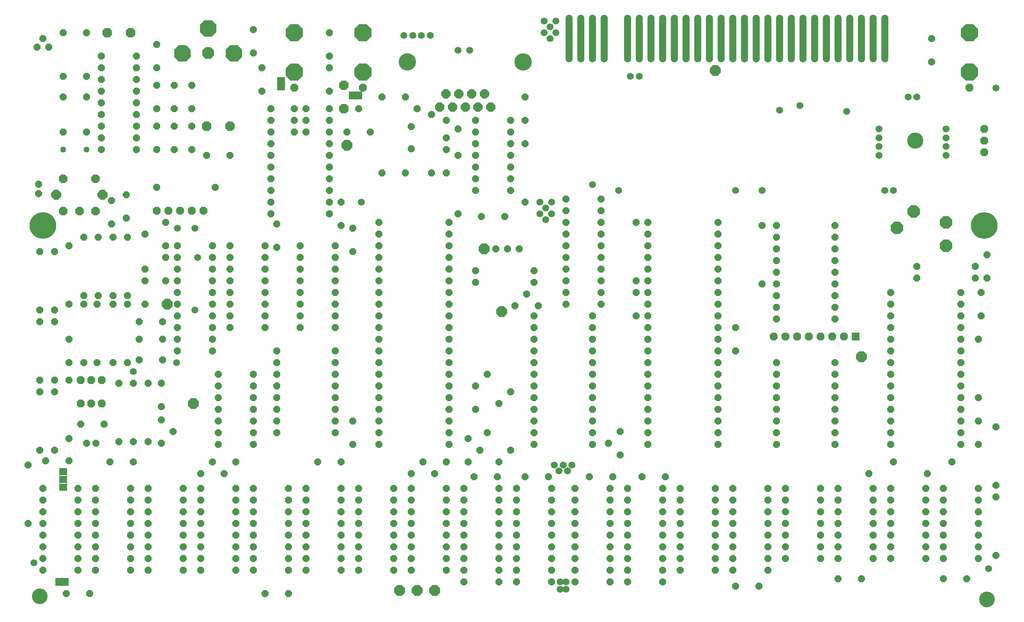
<source format=gbs>
G04 EAGLE Gerber RS-274X export*
G75*
%MOMM*%
%FSLAX34Y34*%
%LPD*%
%INBottom Soldermask*%
%IPPOS*%
%AMOC8*
5,1,8,0,0,1.08239X$1,22.5*%
G01*
%ADD10C,3.403200*%
%ADD11C,5.791200*%
%ADD12C,1.503200*%
%ADD13P,2.969212X8X112.500000*%
%ADD14P,1.649562X8X112.500000*%
%ADD15P,1.649562X8X292.500000*%
%ADD16P,1.649562X8X202.500000*%
%ADD17P,2.969212X8X247.500000*%
%ADD18P,1.649562X8X22.500000*%
%ADD19P,2.281895X8X22.500000*%
%ADD20P,1.310991X8X202.500000*%
%ADD21P,1.869504X8X202.500000*%
%ADD22C,3.505200*%
%ADD23P,2.005885X8X202.500000*%
%ADD24P,2.330602X8X202.500000*%
%ADD25P,2.158177X8X202.500000*%
%ADD26C,3.759200*%
%ADD27P,1.869504X8X112.500000*%
%ADD28P,1.852186X8X292.500000*%
%ADD29R,1.711200X1.711200*%
%ADD30P,2.556822X8X202.500000*%
%ADD31P,2.556822X8X22.500000*%
%ADD32C,1.340609*%
%ADD33P,4.025625X8X202.500000*%
%ADD34P,1.852186X8X22.500000*%
%ADD35R,1.703200X1.503200*%
%ADD36R,1.371600X1.803400*%
%ADD37R,0.152400X1.828800*%
%ADD38P,2.817678X8X22.500000*%
%ADD39P,3.917386X8X22.500000*%
%ADD40P,2.281895X8X112.500000*%
%ADD41R,1.803400X1.371600*%
%ADD42R,1.828800X0.152400*%
%ADD43C,1.511200*%


D10*
X63500Y50800D03*
D11*
X69850Y857250D03*
X2114550Y857250D03*
D10*
X2120900Y44450D03*
D12*
X50800Y123825D03*
X2139950Y1155700D03*
D13*
X2032000Y812800D03*
X2032000Y863600D03*
D14*
X2108200Y660400D03*
X2108200Y711200D03*
X2120900Y742950D03*
X2120900Y793750D03*
X2101850Y381000D03*
X2101850Y431800D03*
D15*
X1574800Y635000D03*
X1574800Y584200D03*
X1358900Y711200D03*
X1358900Y660400D03*
D16*
X1422400Y311150D03*
X1371600Y311150D03*
X1308100Y311150D03*
X1257300Y311150D03*
D17*
X1961061Y887911D03*
X1925139Y851989D03*
D16*
X1168400Y311150D03*
X1117600Y311150D03*
X1057275Y311150D03*
X1006475Y311150D03*
D15*
X742950Y431800D03*
X742950Y381000D03*
X2000250Y1263650D03*
X2000250Y1212850D03*
D14*
X219075Y860425D03*
X219075Y911225D03*
D15*
X317500Y1073150D03*
X317500Y1022350D03*
D14*
X355600Y1022350D03*
X355600Y1073150D03*
X250825Y873125D03*
X250825Y923925D03*
D18*
X114300Y1060450D03*
X165100Y1060450D03*
D15*
X317500Y1162050D03*
X317500Y1111250D03*
X527050Y1282700D03*
X527050Y1231900D03*
D16*
X330200Y565150D03*
X279400Y565150D03*
X330200Y609600D03*
X279400Y609600D03*
X330200Y647700D03*
X279400Y647700D03*
D15*
X327025Y514350D03*
X327025Y463550D03*
D16*
X203200Y425450D03*
X152400Y425450D03*
X164465Y384175D03*
X184785Y384175D03*
D18*
X76200Y346075D03*
X127000Y346075D03*
D14*
X127000Y558800D03*
X127000Y609600D03*
X60325Y946785D03*
X60325Y926465D03*
D19*
X425450Y1073150D03*
X476250Y1073150D03*
D15*
X546100Y1200150D03*
X546100Y1149350D03*
D18*
X730250Y1060450D03*
X781050Y1060450D03*
D15*
X336550Y787400D03*
X336550Y736600D03*
X717550Y908050D03*
X717550Y857250D03*
X1117600Y1136650D03*
X1117600Y1085850D03*
X946150Y1022350D03*
X946150Y971550D03*
D18*
X806450Y971550D03*
X857250Y971550D03*
D15*
X1009650Y508000D03*
X1009650Y457200D03*
D18*
X1009650Y733425D03*
X1136650Y733425D03*
D15*
X2139950Y266700D03*
X2139950Y139700D03*
D14*
X2139950Y292100D03*
X2139950Y419100D03*
D16*
X692150Y1035050D03*
X565150Y1035050D03*
D18*
X615950Y1085850D03*
X565150Y1085850D03*
D14*
X222250Y558800D03*
X222250Y685800D03*
X222250Y704850D03*
X222250Y831850D03*
X254000Y558800D03*
X254000Y685800D03*
X254000Y704850D03*
X254000Y831850D03*
D15*
X95250Y495300D03*
X95250Y368300D03*
D18*
X1663700Y558800D03*
X1790700Y558800D03*
D14*
X127000Y393700D03*
X127000Y520700D03*
X38100Y209550D03*
X38100Y336550D03*
D15*
X63500Y647700D03*
X63500Y520700D03*
X95250Y647700D03*
X95250Y520700D03*
D14*
X63500Y673100D03*
X63500Y800100D03*
D15*
X692150Y1149350D03*
X692150Y1200150D03*
D18*
X692150Y1060450D03*
X641350Y1060450D03*
D14*
X190500Y704850D03*
X190500Y831850D03*
D20*
X165100Y1022350D03*
X114300Y1022350D03*
D18*
X1663700Y533400D03*
X1790700Y533400D03*
X1663700Y508000D03*
X1790700Y508000D03*
X1663700Y381000D03*
X1790700Y381000D03*
X1663700Y406400D03*
X1790700Y406400D03*
X1663700Y431800D03*
X1790700Y431800D03*
X1663700Y457200D03*
X1790700Y457200D03*
X1663700Y482600D03*
X1790700Y482600D03*
D16*
X1536700Y381000D03*
X1536700Y406400D03*
X1536700Y533400D03*
X1536700Y558800D03*
X1536700Y431800D03*
X1536700Y457200D03*
X1536700Y508000D03*
X1536700Y482600D03*
X1536700Y584200D03*
X1536700Y609600D03*
X1536700Y635000D03*
X1536700Y660400D03*
X1536700Y685800D03*
X1536700Y711200D03*
X1536700Y736600D03*
X1536700Y762000D03*
X1536700Y787400D03*
X1536700Y812800D03*
X1536700Y838200D03*
X1536700Y863600D03*
X1384300Y863600D03*
X1384300Y838200D03*
X1384300Y812800D03*
X1384300Y787400D03*
X1384300Y762000D03*
X1384300Y736600D03*
X1384300Y711200D03*
X1384300Y685800D03*
X1384300Y660400D03*
X1384300Y635000D03*
X1384300Y609600D03*
X1384300Y584200D03*
X1384300Y558800D03*
X1384300Y533400D03*
X1384300Y508000D03*
X1384300Y482600D03*
X1384300Y457200D03*
X1384300Y431800D03*
X1384300Y406400D03*
X1384300Y381000D03*
X438150Y584200D03*
X438150Y609600D03*
X438150Y736600D03*
X438150Y762000D03*
X438150Y635000D03*
X438150Y660400D03*
X438150Y711200D03*
X438150Y685800D03*
X438150Y787400D03*
X438150Y812800D03*
X361950Y812800D03*
X361950Y787400D03*
X361950Y762000D03*
X361950Y736600D03*
X361950Y711200D03*
X361950Y685800D03*
X361950Y660400D03*
X361950Y635000D03*
X361950Y609600D03*
X361950Y584200D03*
X273050Y1022350D03*
X273050Y1047750D03*
X273050Y1174750D03*
X273050Y1200150D03*
X273050Y1073150D03*
X273050Y1098550D03*
X273050Y1149350D03*
X273050Y1123950D03*
X273050Y1225550D03*
X196850Y1225550D03*
X196850Y1200150D03*
X196850Y1174750D03*
X196850Y1149350D03*
X196850Y1123950D03*
X196850Y1098550D03*
X196850Y1073150D03*
X196850Y1047750D03*
X196850Y1022350D03*
X146050Y107950D03*
X146050Y133350D03*
X146050Y260350D03*
X146050Y285750D03*
X146050Y158750D03*
X146050Y184150D03*
X146050Y234950D03*
X146050Y209550D03*
X69850Y285750D03*
X69850Y260350D03*
X69850Y234950D03*
X69850Y209550D03*
X69850Y184150D03*
X69850Y158750D03*
X69850Y133350D03*
X69850Y107950D03*
X260350Y107950D03*
X260350Y133350D03*
X260350Y260350D03*
X260350Y285750D03*
X260350Y158750D03*
X260350Y184150D03*
X260350Y234950D03*
X260350Y209550D03*
X184150Y285750D03*
X184150Y260350D03*
X184150Y234950D03*
X184150Y209550D03*
X184150Y184150D03*
X184150Y158750D03*
X184150Y133350D03*
X184150Y107950D03*
X374650Y107950D03*
X374650Y133350D03*
X374650Y260350D03*
X374650Y285750D03*
X374650Y158750D03*
X374650Y184150D03*
X374650Y234950D03*
X374650Y209550D03*
X298450Y285750D03*
X298450Y260350D03*
X298450Y234950D03*
X298450Y209550D03*
X298450Y184150D03*
X298450Y158750D03*
X298450Y133350D03*
X298450Y107950D03*
X488950Y107950D03*
X488950Y133350D03*
X488950Y260350D03*
X488950Y285750D03*
X488950Y158750D03*
X488950Y184150D03*
X488950Y234950D03*
X488950Y209550D03*
X412750Y285750D03*
X412750Y260350D03*
X412750Y234950D03*
X412750Y209550D03*
X412750Y184150D03*
X412750Y158750D03*
X412750Y133350D03*
X412750Y107950D03*
X603250Y107950D03*
X603250Y133350D03*
X603250Y260350D03*
X603250Y285750D03*
X603250Y158750D03*
X603250Y184150D03*
X603250Y234950D03*
X603250Y209550D03*
X527050Y285750D03*
X527050Y260350D03*
X527050Y234950D03*
X527050Y209550D03*
X527050Y184150D03*
X527050Y158750D03*
X527050Y133350D03*
X527050Y107950D03*
X717550Y107950D03*
X717550Y133350D03*
X717550Y260350D03*
X717550Y285750D03*
X717550Y158750D03*
X717550Y184150D03*
X717550Y234950D03*
X717550Y209550D03*
X641350Y285750D03*
X641350Y260350D03*
X641350Y234950D03*
X641350Y209550D03*
X641350Y184150D03*
X641350Y158750D03*
X641350Y133350D03*
X641350Y107950D03*
X831850Y107950D03*
X831850Y133350D03*
X831850Y260350D03*
X831850Y285750D03*
X831850Y158750D03*
X831850Y184150D03*
X831850Y234950D03*
X831850Y209550D03*
X755650Y285750D03*
X755650Y260350D03*
X755650Y234950D03*
X755650Y209550D03*
X755650Y184150D03*
X755650Y158750D03*
X755650Y133350D03*
X755650Y107950D03*
X2063750Y381000D03*
X2063750Y406400D03*
X2063750Y533400D03*
X2063750Y558800D03*
X2063750Y431800D03*
X2063750Y457200D03*
X2063750Y508000D03*
X2063750Y482600D03*
X2063750Y584200D03*
X2063750Y609600D03*
X2063750Y635000D03*
X2063750Y660400D03*
X2063750Y685800D03*
X2063750Y711200D03*
X1911350Y711200D03*
X1911350Y685800D03*
X1911350Y660400D03*
X1911350Y635000D03*
X1911350Y609600D03*
X1911350Y584200D03*
X1911350Y558800D03*
X1911350Y533400D03*
X1911350Y508000D03*
X1911350Y482600D03*
X1911350Y457200D03*
X1911350Y431800D03*
X1911350Y406400D03*
X1911350Y381000D03*
X946150Y107950D03*
X946150Y133350D03*
X946150Y260350D03*
X946150Y285750D03*
X946150Y158750D03*
X946150Y184150D03*
X946150Y234950D03*
X946150Y209550D03*
X869950Y285750D03*
X869950Y260350D03*
X869950Y234950D03*
X869950Y209550D03*
X869950Y184150D03*
X869950Y158750D03*
X869950Y133350D03*
X869950Y107950D03*
X1416050Y82550D03*
X1416050Y107950D03*
X1416050Y234950D03*
X1416050Y260350D03*
X1416050Y133350D03*
X1416050Y158750D03*
X1416050Y209550D03*
X1416050Y184150D03*
X1416050Y285750D03*
X1339850Y285750D03*
X1339850Y260350D03*
X1339850Y234950D03*
X1339850Y209550D03*
X1339850Y184150D03*
X1339850Y158750D03*
X1339850Y133350D03*
X1339850Y107950D03*
X1339850Y82550D03*
X1174750Y82550D03*
X1174750Y107950D03*
X1174750Y234950D03*
X1174750Y260350D03*
X1174750Y133350D03*
X1174750Y158750D03*
X1174750Y209550D03*
X1174750Y184150D03*
X1174750Y285750D03*
X1098550Y285750D03*
X1098550Y260350D03*
X1098550Y234950D03*
X1098550Y209550D03*
X1098550Y184150D03*
X1098550Y158750D03*
X1098550Y133350D03*
X1098550Y107950D03*
X1098550Y82550D03*
X1301750Y82550D03*
X1301750Y107950D03*
X1301750Y234950D03*
X1301750Y260350D03*
X1301750Y133350D03*
X1301750Y158750D03*
X1301750Y209550D03*
X1301750Y184150D03*
X1301750Y285750D03*
X1225550Y285750D03*
X1225550Y260350D03*
X1225550Y234950D03*
X1225550Y209550D03*
X1225550Y184150D03*
X1225550Y158750D03*
X1225550Y133350D03*
X1225550Y107950D03*
X1225550Y82550D03*
X1060450Y82550D03*
X1060450Y107950D03*
X1060450Y234950D03*
X1060450Y260350D03*
X1060450Y133350D03*
X1060450Y158750D03*
X1060450Y209550D03*
X1060450Y184150D03*
X1060450Y285750D03*
X984250Y285750D03*
X984250Y260350D03*
X984250Y234950D03*
X984250Y209550D03*
X984250Y184150D03*
X984250Y158750D03*
X984250Y133350D03*
X984250Y107950D03*
X984250Y82550D03*
X1987550Y133350D03*
X1987550Y158750D03*
X1987550Y285750D03*
X1911350Y285750D03*
X1987550Y184150D03*
X1987550Y209550D03*
X1987550Y260350D03*
X1987550Y234950D03*
X1911350Y260350D03*
X1911350Y234950D03*
X1911350Y209550D03*
X1911350Y184150D03*
X1911350Y158750D03*
X1911350Y133350D03*
X1873250Y133350D03*
X1873250Y158750D03*
X1873250Y285750D03*
X1797050Y285750D03*
X1873250Y184150D03*
X1873250Y209550D03*
X1873250Y260350D03*
X1873250Y234950D03*
X1797050Y260350D03*
X1797050Y234950D03*
X1797050Y209550D03*
X1797050Y184150D03*
X1797050Y158750D03*
X1797050Y133350D03*
X2101850Y133350D03*
X2101850Y158750D03*
X2101850Y285750D03*
X2025650Y285750D03*
X2101850Y184150D03*
X2101850Y209550D03*
X2101850Y260350D03*
X2101850Y234950D03*
X2025650Y260350D03*
X2025650Y234950D03*
X2025650Y209550D03*
X2025650Y184150D03*
X2025650Y158750D03*
X2025650Y133350D03*
X1085850Y933450D03*
X1085850Y958850D03*
X1085850Y1085850D03*
X1009650Y1085850D03*
X1085850Y984250D03*
X1085850Y1009650D03*
X1085850Y1060450D03*
X1085850Y1035050D03*
X1009650Y1060450D03*
X1009650Y1035050D03*
X1009650Y1009650D03*
X1009650Y984250D03*
X1009650Y958850D03*
X1009650Y933450D03*
X952500Y381000D03*
X952500Y406400D03*
X952500Y533400D03*
X952500Y558800D03*
X952500Y431800D03*
X952500Y457200D03*
X952500Y508000D03*
X952500Y482600D03*
X952500Y584200D03*
X952500Y609600D03*
X952500Y635000D03*
X952500Y660400D03*
X952500Y685800D03*
X952500Y711200D03*
X952500Y736600D03*
X952500Y762000D03*
X952500Y787400D03*
X952500Y812800D03*
X952500Y838200D03*
X952500Y863600D03*
X800100Y863600D03*
X800100Y838200D03*
X800100Y812800D03*
X800100Y787400D03*
X800100Y762000D03*
X800100Y736600D03*
X800100Y711200D03*
X800100Y685800D03*
X800100Y660400D03*
X800100Y635000D03*
X800100Y609600D03*
X800100Y584200D03*
X800100Y558800D03*
X800100Y533400D03*
X800100Y508000D03*
X800100Y482600D03*
X800100Y457200D03*
X800100Y431800D03*
X800100Y406400D03*
X800100Y381000D03*
X527050Y381000D03*
X527050Y406400D03*
X527050Y533400D03*
X450850Y533400D03*
X527050Y431800D03*
X527050Y457200D03*
X527050Y508000D03*
X527050Y482600D03*
X450850Y508000D03*
X450850Y482600D03*
X450850Y457200D03*
X450850Y431800D03*
X450850Y406400D03*
X450850Y381000D03*
X1758950Y133350D03*
X1758950Y158750D03*
X1758950Y285750D03*
X1682750Y285750D03*
X1758950Y184150D03*
X1758950Y209550D03*
X1758950Y260350D03*
X1758950Y234950D03*
X1682750Y260350D03*
X1682750Y234950D03*
X1682750Y209550D03*
X1682750Y184150D03*
X1682750Y158750D03*
X1682750Y133350D03*
X1644650Y107950D03*
X1644650Y133350D03*
X1644650Y260350D03*
X1644650Y285750D03*
X1644650Y158750D03*
X1644650Y184150D03*
X1644650Y234950D03*
X1644650Y209550D03*
X1568450Y285750D03*
X1568450Y260350D03*
X1568450Y234950D03*
X1568450Y209550D03*
X1568450Y184150D03*
X1568450Y158750D03*
X1568450Y133350D03*
X1568450Y107950D03*
X1530350Y107950D03*
X1530350Y133350D03*
X1530350Y260350D03*
X1530350Y285750D03*
X1530350Y158750D03*
X1530350Y184150D03*
X1530350Y234950D03*
X1530350Y209550D03*
X1454150Y285750D03*
X1454150Y260350D03*
X1454150Y234950D03*
X1454150Y209550D03*
X1454150Y184150D03*
X1454150Y158750D03*
X1454150Y133350D03*
X1454150Y107950D03*
X704850Y635000D03*
X704850Y660400D03*
X704850Y787400D03*
X704850Y812800D03*
X704850Y685800D03*
X704850Y711200D03*
X704850Y762000D03*
X704850Y736600D03*
X628650Y812800D03*
X628650Y787400D03*
X628650Y762000D03*
X628650Y736600D03*
X628650Y711200D03*
X628650Y685800D03*
X628650Y660400D03*
X628650Y635000D03*
X552450Y635000D03*
X552450Y660400D03*
X552450Y787400D03*
X552450Y812800D03*
X552450Y685800D03*
X552450Y711200D03*
X552450Y762000D03*
X552450Y736600D03*
X476250Y812800D03*
X476250Y787400D03*
X476250Y762000D03*
X476250Y736600D03*
X476250Y711200D03*
X476250Y685800D03*
X476250Y660400D03*
X476250Y635000D03*
D21*
X2114550Y1016000D03*
X2114550Y1041400D03*
X2114550Y1066800D03*
D22*
X1964690Y1041400D03*
D23*
X184425Y959125D03*
X184425Y888725D03*
X114025Y888725D03*
X114025Y959125D03*
D24*
X199425Y923925D03*
X99025Y923925D03*
D23*
X149225Y888725D03*
D14*
X292100Y762000D03*
X292100Y838200D03*
D25*
X932053Y1114449D03*
X959739Y1114449D03*
X987425Y1114449D03*
X1015111Y1114449D03*
X1042797Y1114449D03*
X945896Y1142885D03*
X973582Y1142885D03*
X1001268Y1142885D03*
X1028954Y1142885D03*
D26*
X1112838Y1212850D03*
X862013Y1212850D03*
D16*
X1323975Y409575D03*
X1323975Y358775D03*
X1298575Y384175D03*
D18*
X993775Y342900D03*
X993775Y393700D03*
X1019175Y368300D03*
X946150Y1085850D03*
X971550Y1066800D03*
X946150Y1047750D03*
X327025Y384175D03*
X327025Y434975D03*
X352425Y409575D03*
D27*
X151765Y469900D03*
X174625Y469900D03*
X197485Y469900D03*
X151765Y520700D03*
X174625Y520700D03*
X197485Y520700D03*
D14*
X1146175Y682625D03*
X1095375Y682625D03*
X1120775Y708025D03*
D18*
X1136650Y635000D03*
X1263650Y635000D03*
D16*
X704850Y558800D03*
X577850Y558800D03*
X704850Y533400D03*
X577850Y533400D03*
X704850Y508000D03*
X577850Y508000D03*
X704850Y482600D03*
X577850Y482600D03*
X704850Y457200D03*
X577850Y457200D03*
X704850Y431800D03*
X577850Y431800D03*
D18*
X577850Y406400D03*
X704850Y406400D03*
D16*
X1790700Y857250D03*
X1663700Y857250D03*
X1790700Y831850D03*
X1663700Y831850D03*
X1790700Y806450D03*
X1663700Y806450D03*
D18*
X1136650Y609600D03*
X1263650Y609600D03*
D16*
X1790700Y781050D03*
X1663700Y781050D03*
X1790700Y755650D03*
X1663700Y755650D03*
X1790700Y730250D03*
X1663700Y730250D03*
X1790700Y704850D03*
X1663700Y704850D03*
X1790700Y679450D03*
X1663700Y679450D03*
D18*
X1136650Y406400D03*
X1263650Y406400D03*
D16*
X2044700Y342900D03*
X1917700Y342900D03*
X1263650Y381000D03*
X1136650Y381000D03*
D14*
X2101850Y482600D03*
X2101850Y609600D03*
X1358900Y736600D03*
X1358900Y863600D03*
D18*
X1136650Y584200D03*
X1263650Y584200D03*
D15*
X1631950Y857250D03*
X1631950Y730250D03*
D16*
X2095500Y768350D03*
X1968500Y768350D03*
D18*
X1663700Y654050D03*
X1790700Y654050D03*
X1863725Y317500D03*
X1990725Y317500D03*
D16*
X1136650Y758825D03*
X1009650Y758825D03*
X692150Y984250D03*
X565150Y984250D03*
X692150Y958850D03*
X565150Y958850D03*
X692150Y933450D03*
X565150Y933450D03*
X692150Y908050D03*
X565150Y908050D03*
X692150Y882650D03*
X565150Y882650D03*
D18*
X1136650Y558800D03*
X1263650Y558800D03*
X565150Y1009650D03*
X692150Y1009650D03*
D16*
X615950Y1060450D03*
X565150Y1060450D03*
X615950Y1111250D03*
X565150Y1111250D03*
D15*
X1117600Y1035050D03*
X1117600Y908050D03*
X914400Y1098550D03*
X914400Y971550D03*
D18*
X1968500Y742950D03*
X2095500Y742950D03*
D16*
X882650Y1111250D03*
X755650Y1111250D03*
D14*
X971550Y882650D03*
X971550Y1009650D03*
D15*
X1085850Y495300D03*
X1085850Y368300D03*
D14*
X1035050Y406400D03*
X1035050Y533400D03*
D18*
X1136650Y533400D03*
X1263650Y533400D03*
D14*
X1060450Y342900D03*
X1060450Y469900D03*
D18*
X1136650Y431800D03*
X1263650Y431800D03*
D14*
X158750Y704850D03*
X158750Y831850D03*
X158750Y558800D03*
X158750Y685800D03*
D18*
X425450Y1009650D03*
X476250Y1009650D03*
D14*
X393700Y1022350D03*
X393700Y1073150D03*
D15*
X317500Y1250950D03*
X317500Y1200150D03*
X393700Y1162050D03*
X393700Y1111250D03*
D16*
X165100Y1136650D03*
X114300Y1136650D03*
D18*
X1136650Y508000D03*
X1263650Y508000D03*
D15*
X127000Y812800D03*
X127000Y685800D03*
D14*
X298450Y387350D03*
X298450Y514350D03*
X234950Y387350D03*
X234950Y514350D03*
X266700Y387350D03*
X266700Y514350D03*
X63500Y368300D03*
X63500Y495300D03*
X95250Y673100D03*
X95250Y800100D03*
D18*
X806450Y1136650D03*
X857250Y1136650D03*
X1136650Y482600D03*
X1263650Y482600D03*
D15*
X692150Y1276350D03*
X692150Y1225550D03*
X292100Y736600D03*
X292100Y685800D03*
X336550Y863600D03*
X336550Y812800D03*
D18*
X641350Y1111250D03*
X692150Y1111250D03*
X641350Y1085850D03*
X692150Y1085850D03*
D14*
X187325Y558800D03*
X187325Y685800D03*
D18*
X1136650Y457200D03*
X1263650Y457200D03*
D16*
X704850Y584200D03*
X577850Y584200D03*
D18*
X1136650Y660400D03*
X1263650Y660400D03*
D28*
X419100Y889000D03*
X393700Y889000D03*
X368300Y889000D03*
X342900Y889000D03*
X317500Y889000D03*
D29*
X1835150Y615950D03*
D28*
X1809750Y615950D03*
X1784350Y615950D03*
X1758950Y615950D03*
X1733550Y615950D03*
X1708150Y615950D03*
X1682750Y615950D03*
X1657350Y615950D03*
D30*
X1066800Y669925D03*
X1530350Y1193800D03*
X920750Y63500D03*
X844550Y63500D03*
X882650Y63500D03*
X396875Y469900D03*
D31*
X1028700Y806450D03*
D32*
X1213513Y1218537D02*
X1213513Y1308763D01*
X1213513Y1218537D02*
X1212187Y1218537D01*
X1212187Y1308763D01*
X1213513Y1308763D01*
X1213513Y1231273D02*
X1212187Y1231273D01*
X1212187Y1244009D02*
X1213513Y1244009D01*
X1213513Y1256745D02*
X1212187Y1256745D01*
X1212187Y1269481D02*
X1213513Y1269481D01*
X1213513Y1282217D02*
X1212187Y1282217D01*
X1212187Y1294953D02*
X1213513Y1294953D01*
X1213513Y1307689D02*
X1212187Y1307689D01*
X1238913Y1308763D02*
X1238913Y1218537D01*
X1237587Y1218537D01*
X1237587Y1308763D01*
X1238913Y1308763D01*
X1238913Y1231273D02*
X1237587Y1231273D01*
X1237587Y1244009D02*
X1238913Y1244009D01*
X1238913Y1256745D02*
X1237587Y1256745D01*
X1237587Y1269481D02*
X1238913Y1269481D01*
X1238913Y1282217D02*
X1237587Y1282217D01*
X1237587Y1294953D02*
X1238913Y1294953D01*
X1238913Y1307689D02*
X1237587Y1307689D01*
X1264313Y1308763D02*
X1264313Y1218537D01*
X1262987Y1218537D01*
X1262987Y1308763D01*
X1264313Y1308763D01*
X1264313Y1231273D02*
X1262987Y1231273D01*
X1262987Y1244009D02*
X1264313Y1244009D01*
X1264313Y1256745D02*
X1262987Y1256745D01*
X1262987Y1269481D02*
X1264313Y1269481D01*
X1264313Y1282217D02*
X1262987Y1282217D01*
X1262987Y1294953D02*
X1264313Y1294953D01*
X1264313Y1307689D02*
X1262987Y1307689D01*
X1289713Y1308763D02*
X1289713Y1218537D01*
X1288387Y1218537D01*
X1288387Y1308763D01*
X1289713Y1308763D01*
X1289713Y1231273D02*
X1288387Y1231273D01*
X1288387Y1244009D02*
X1289713Y1244009D01*
X1289713Y1256745D02*
X1288387Y1256745D01*
X1288387Y1269481D02*
X1289713Y1269481D01*
X1289713Y1282217D02*
X1288387Y1282217D01*
X1288387Y1294953D02*
X1289713Y1294953D01*
X1289713Y1307689D02*
X1288387Y1307689D01*
X1340513Y1308763D02*
X1340513Y1218537D01*
X1339187Y1218537D01*
X1339187Y1308763D01*
X1340513Y1308763D01*
X1340513Y1231273D02*
X1339187Y1231273D01*
X1339187Y1244009D02*
X1340513Y1244009D01*
X1340513Y1256745D02*
X1339187Y1256745D01*
X1339187Y1269481D02*
X1340513Y1269481D01*
X1340513Y1282217D02*
X1339187Y1282217D01*
X1339187Y1294953D02*
X1340513Y1294953D01*
X1340513Y1307689D02*
X1339187Y1307689D01*
X1365913Y1308763D02*
X1365913Y1218537D01*
X1364587Y1218537D01*
X1364587Y1308763D01*
X1365913Y1308763D01*
X1365913Y1231273D02*
X1364587Y1231273D01*
X1364587Y1244009D02*
X1365913Y1244009D01*
X1365913Y1256745D02*
X1364587Y1256745D01*
X1364587Y1269481D02*
X1365913Y1269481D01*
X1365913Y1282217D02*
X1364587Y1282217D01*
X1364587Y1294953D02*
X1365913Y1294953D01*
X1365913Y1307689D02*
X1364587Y1307689D01*
X1391313Y1308763D02*
X1391313Y1218537D01*
X1389987Y1218537D01*
X1389987Y1308763D01*
X1391313Y1308763D01*
X1391313Y1231273D02*
X1389987Y1231273D01*
X1389987Y1244009D02*
X1391313Y1244009D01*
X1391313Y1256745D02*
X1389987Y1256745D01*
X1389987Y1269481D02*
X1391313Y1269481D01*
X1391313Y1282217D02*
X1389987Y1282217D01*
X1389987Y1294953D02*
X1391313Y1294953D01*
X1391313Y1307689D02*
X1389987Y1307689D01*
X1416713Y1308763D02*
X1416713Y1218537D01*
X1415387Y1218537D01*
X1415387Y1308763D01*
X1416713Y1308763D01*
X1416713Y1231273D02*
X1415387Y1231273D01*
X1415387Y1244009D02*
X1416713Y1244009D01*
X1416713Y1256745D02*
X1415387Y1256745D01*
X1415387Y1269481D02*
X1416713Y1269481D01*
X1416713Y1282217D02*
X1415387Y1282217D01*
X1415387Y1294953D02*
X1416713Y1294953D01*
X1416713Y1307689D02*
X1415387Y1307689D01*
X1442113Y1308763D02*
X1442113Y1218537D01*
X1440787Y1218537D01*
X1440787Y1308763D01*
X1442113Y1308763D01*
X1442113Y1231273D02*
X1440787Y1231273D01*
X1440787Y1244009D02*
X1442113Y1244009D01*
X1442113Y1256745D02*
X1440787Y1256745D01*
X1440787Y1269481D02*
X1442113Y1269481D01*
X1442113Y1282217D02*
X1440787Y1282217D01*
X1440787Y1294953D02*
X1442113Y1294953D01*
X1442113Y1307689D02*
X1440787Y1307689D01*
X1467513Y1308763D02*
X1467513Y1218537D01*
X1466187Y1218537D01*
X1466187Y1308763D01*
X1467513Y1308763D01*
X1467513Y1231273D02*
X1466187Y1231273D01*
X1466187Y1244009D02*
X1467513Y1244009D01*
X1467513Y1256745D02*
X1466187Y1256745D01*
X1466187Y1269481D02*
X1467513Y1269481D01*
X1467513Y1282217D02*
X1466187Y1282217D01*
X1466187Y1294953D02*
X1467513Y1294953D01*
X1467513Y1307689D02*
X1466187Y1307689D01*
X1492913Y1308763D02*
X1492913Y1218537D01*
X1491587Y1218537D01*
X1491587Y1308763D01*
X1492913Y1308763D01*
X1492913Y1231273D02*
X1491587Y1231273D01*
X1491587Y1244009D02*
X1492913Y1244009D01*
X1492913Y1256745D02*
X1491587Y1256745D01*
X1491587Y1269481D02*
X1492913Y1269481D01*
X1492913Y1282217D02*
X1491587Y1282217D01*
X1491587Y1294953D02*
X1492913Y1294953D01*
X1492913Y1307689D02*
X1491587Y1307689D01*
X1518313Y1308763D02*
X1518313Y1218537D01*
X1516987Y1218537D01*
X1516987Y1308763D01*
X1518313Y1308763D01*
X1518313Y1231273D02*
X1516987Y1231273D01*
X1516987Y1244009D02*
X1518313Y1244009D01*
X1518313Y1256745D02*
X1516987Y1256745D01*
X1516987Y1269481D02*
X1518313Y1269481D01*
X1518313Y1282217D02*
X1516987Y1282217D01*
X1516987Y1294953D02*
X1518313Y1294953D01*
X1518313Y1307689D02*
X1516987Y1307689D01*
X1543713Y1308763D02*
X1543713Y1218537D01*
X1542387Y1218537D01*
X1542387Y1308763D01*
X1543713Y1308763D01*
X1543713Y1231273D02*
X1542387Y1231273D01*
X1542387Y1244009D02*
X1543713Y1244009D01*
X1543713Y1256745D02*
X1542387Y1256745D01*
X1542387Y1269481D02*
X1543713Y1269481D01*
X1543713Y1282217D02*
X1542387Y1282217D01*
X1542387Y1294953D02*
X1543713Y1294953D01*
X1543713Y1307689D02*
X1542387Y1307689D01*
X1569113Y1308763D02*
X1569113Y1218537D01*
X1567787Y1218537D01*
X1567787Y1308763D01*
X1569113Y1308763D01*
X1569113Y1231273D02*
X1567787Y1231273D01*
X1567787Y1244009D02*
X1569113Y1244009D01*
X1569113Y1256745D02*
X1567787Y1256745D01*
X1567787Y1269481D02*
X1569113Y1269481D01*
X1569113Y1282217D02*
X1567787Y1282217D01*
X1567787Y1294953D02*
X1569113Y1294953D01*
X1569113Y1307689D02*
X1567787Y1307689D01*
X1594513Y1308763D02*
X1594513Y1218537D01*
X1593187Y1218537D01*
X1593187Y1308763D01*
X1594513Y1308763D01*
X1594513Y1231273D02*
X1593187Y1231273D01*
X1593187Y1244009D02*
X1594513Y1244009D01*
X1594513Y1256745D02*
X1593187Y1256745D01*
X1593187Y1269481D02*
X1594513Y1269481D01*
X1594513Y1282217D02*
X1593187Y1282217D01*
X1593187Y1294953D02*
X1594513Y1294953D01*
X1594513Y1307689D02*
X1593187Y1307689D01*
X1619913Y1308763D02*
X1619913Y1218537D01*
X1618587Y1218537D01*
X1618587Y1308763D01*
X1619913Y1308763D01*
X1619913Y1231273D02*
X1618587Y1231273D01*
X1618587Y1244009D02*
X1619913Y1244009D01*
X1619913Y1256745D02*
X1618587Y1256745D01*
X1618587Y1269481D02*
X1619913Y1269481D01*
X1619913Y1282217D02*
X1618587Y1282217D01*
X1618587Y1294953D02*
X1619913Y1294953D01*
X1619913Y1307689D02*
X1618587Y1307689D01*
X1645313Y1308763D02*
X1645313Y1218537D01*
X1643987Y1218537D01*
X1643987Y1308763D01*
X1645313Y1308763D01*
X1645313Y1231273D02*
X1643987Y1231273D01*
X1643987Y1244009D02*
X1645313Y1244009D01*
X1645313Y1256745D02*
X1643987Y1256745D01*
X1643987Y1269481D02*
X1645313Y1269481D01*
X1645313Y1282217D02*
X1643987Y1282217D01*
X1643987Y1294953D02*
X1645313Y1294953D01*
X1645313Y1307689D02*
X1643987Y1307689D01*
X1670713Y1308763D02*
X1670713Y1218537D01*
X1669387Y1218537D01*
X1669387Y1308763D01*
X1670713Y1308763D01*
X1670713Y1231273D02*
X1669387Y1231273D01*
X1669387Y1244009D02*
X1670713Y1244009D01*
X1670713Y1256745D02*
X1669387Y1256745D01*
X1669387Y1269481D02*
X1670713Y1269481D01*
X1670713Y1282217D02*
X1669387Y1282217D01*
X1669387Y1294953D02*
X1670713Y1294953D01*
X1670713Y1307689D02*
X1669387Y1307689D01*
X1696113Y1308763D02*
X1696113Y1218537D01*
X1694787Y1218537D01*
X1694787Y1308763D01*
X1696113Y1308763D01*
X1696113Y1231273D02*
X1694787Y1231273D01*
X1694787Y1244009D02*
X1696113Y1244009D01*
X1696113Y1256745D02*
X1694787Y1256745D01*
X1694787Y1269481D02*
X1696113Y1269481D01*
X1696113Y1282217D02*
X1694787Y1282217D01*
X1694787Y1294953D02*
X1696113Y1294953D01*
X1696113Y1307689D02*
X1694787Y1307689D01*
X1721513Y1308763D02*
X1721513Y1218537D01*
X1720187Y1218537D01*
X1720187Y1308763D01*
X1721513Y1308763D01*
X1721513Y1231273D02*
X1720187Y1231273D01*
X1720187Y1244009D02*
X1721513Y1244009D01*
X1721513Y1256745D02*
X1720187Y1256745D01*
X1720187Y1269481D02*
X1721513Y1269481D01*
X1721513Y1282217D02*
X1720187Y1282217D01*
X1720187Y1294953D02*
X1721513Y1294953D01*
X1721513Y1307689D02*
X1720187Y1307689D01*
X1746913Y1308763D02*
X1746913Y1218537D01*
X1745587Y1218537D01*
X1745587Y1308763D01*
X1746913Y1308763D01*
X1746913Y1231273D02*
X1745587Y1231273D01*
X1745587Y1244009D02*
X1746913Y1244009D01*
X1746913Y1256745D02*
X1745587Y1256745D01*
X1745587Y1269481D02*
X1746913Y1269481D01*
X1746913Y1282217D02*
X1745587Y1282217D01*
X1745587Y1294953D02*
X1746913Y1294953D01*
X1746913Y1307689D02*
X1745587Y1307689D01*
X1772313Y1308763D02*
X1772313Y1218537D01*
X1770987Y1218537D01*
X1770987Y1308763D01*
X1772313Y1308763D01*
X1772313Y1231273D02*
X1770987Y1231273D01*
X1770987Y1244009D02*
X1772313Y1244009D01*
X1772313Y1256745D02*
X1770987Y1256745D01*
X1770987Y1269481D02*
X1772313Y1269481D01*
X1772313Y1282217D02*
X1770987Y1282217D01*
X1770987Y1294953D02*
X1772313Y1294953D01*
X1772313Y1307689D02*
X1770987Y1307689D01*
X1797713Y1308763D02*
X1797713Y1218537D01*
X1796387Y1218537D01*
X1796387Y1308763D01*
X1797713Y1308763D01*
X1797713Y1231273D02*
X1796387Y1231273D01*
X1796387Y1244009D02*
X1797713Y1244009D01*
X1797713Y1256745D02*
X1796387Y1256745D01*
X1796387Y1269481D02*
X1797713Y1269481D01*
X1797713Y1282217D02*
X1796387Y1282217D01*
X1796387Y1294953D02*
X1797713Y1294953D01*
X1797713Y1307689D02*
X1796387Y1307689D01*
X1823113Y1308763D02*
X1823113Y1218537D01*
X1821787Y1218537D01*
X1821787Y1308763D01*
X1823113Y1308763D01*
X1823113Y1231273D02*
X1821787Y1231273D01*
X1821787Y1244009D02*
X1823113Y1244009D01*
X1823113Y1256745D02*
X1821787Y1256745D01*
X1821787Y1269481D02*
X1823113Y1269481D01*
X1823113Y1282217D02*
X1821787Y1282217D01*
X1821787Y1294953D02*
X1823113Y1294953D01*
X1823113Y1307689D02*
X1821787Y1307689D01*
X1848513Y1308763D02*
X1848513Y1218537D01*
X1847187Y1218537D01*
X1847187Y1308763D01*
X1848513Y1308763D01*
X1848513Y1231273D02*
X1847187Y1231273D01*
X1847187Y1244009D02*
X1848513Y1244009D01*
X1848513Y1256745D02*
X1847187Y1256745D01*
X1847187Y1269481D02*
X1848513Y1269481D01*
X1848513Y1282217D02*
X1847187Y1282217D01*
X1847187Y1294953D02*
X1848513Y1294953D01*
X1848513Y1307689D02*
X1847187Y1307689D01*
X1873913Y1308763D02*
X1873913Y1218537D01*
X1872587Y1218537D01*
X1872587Y1308763D01*
X1873913Y1308763D01*
X1873913Y1231273D02*
X1872587Y1231273D01*
X1872587Y1244009D02*
X1873913Y1244009D01*
X1873913Y1256745D02*
X1872587Y1256745D01*
X1872587Y1269481D02*
X1873913Y1269481D01*
X1873913Y1282217D02*
X1872587Y1282217D01*
X1872587Y1294953D02*
X1873913Y1294953D01*
X1873913Y1307689D02*
X1872587Y1307689D01*
X1899313Y1308763D02*
X1899313Y1218537D01*
X1897987Y1218537D01*
X1897987Y1308763D01*
X1899313Y1308763D01*
X1899313Y1231273D02*
X1897987Y1231273D01*
X1897987Y1244009D02*
X1899313Y1244009D01*
X1899313Y1256745D02*
X1897987Y1256745D01*
X1897987Y1269481D02*
X1899313Y1269481D01*
X1899313Y1282217D02*
X1897987Y1282217D01*
X1897987Y1294953D02*
X1899313Y1294953D01*
X1899313Y1307689D02*
X1897987Y1307689D01*
D33*
X615950Y1276350D03*
X615950Y1190650D03*
D34*
X615950Y1156500D03*
D33*
X2082800Y1276350D03*
X2082800Y1190650D03*
D34*
X2082800Y1156500D03*
D33*
X765175Y1276350D03*
X765175Y1190650D03*
D34*
X765175Y1156500D03*
D14*
X869950Y1023620D03*
X869950Y1071880D03*
X355600Y1111250D03*
X355600Y1162050D03*
D16*
X1104900Y806450D03*
X1079500Y806450D03*
X1054100Y806450D03*
D14*
X577850Y809625D03*
X577850Y860425D03*
D15*
X742950Y850900D03*
X742950Y800100D03*
D18*
X317500Y939800D03*
X444500Y939800D03*
D16*
X603250Y57150D03*
X552450Y57150D03*
X171450Y57150D03*
X120650Y57150D03*
X2076450Y88900D03*
X2025650Y88900D03*
X1847850Y88900D03*
X1797050Y88900D03*
X1625600Y73025D03*
X1574800Y73025D03*
X463550Y317500D03*
X412750Y317500D03*
X920750Y317500D03*
X869950Y317500D03*
X266700Y342900D03*
X215900Y342900D03*
X946150Y342900D03*
X895350Y342900D03*
X717550Y342900D03*
X666750Y342900D03*
X488950Y342900D03*
X438150Y342900D03*
X1073150Y876300D03*
X1022350Y876300D03*
D31*
X730250Y1031875D03*
X1847850Y571500D03*
X339725Y685800D03*
D35*
X114300Y287800D03*
X114300Y304800D03*
X114300Y321800D03*
D36*
X103505Y82550D03*
X118745Y82550D03*
D37*
X111125Y82550D03*
D18*
X82550Y1244600D03*
X69850Y1263650D03*
X57150Y1244600D03*
X114300Y1181100D03*
X165100Y1181100D03*
D36*
X741680Y1139825D03*
X756920Y1139825D03*
D37*
X749300Y1139825D03*
D38*
X428625Y1232500D03*
D39*
X484505Y1231075D03*
X372745Y1231075D03*
X428625Y1285875D03*
D40*
X723900Y1111250D03*
X723900Y1162050D03*
D19*
X209550Y1276350D03*
X260350Y1276350D03*
D18*
X114300Y1276350D03*
X165100Y1276350D03*
D16*
X1282700Y685800D03*
X1282700Y711200D03*
X1282700Y838200D03*
X1282700Y863600D03*
X1282700Y736600D03*
X1282700Y762000D03*
X1282700Y812800D03*
X1282700Y787400D03*
X1282700Y889000D03*
X1282700Y914400D03*
X1206500Y914400D03*
X1206500Y889000D03*
X1206500Y863600D03*
X1206500Y838200D03*
X1206500Y812800D03*
X1206500Y787400D03*
X1206500Y762000D03*
X1206500Y736600D03*
X1206500Y711200D03*
X1206500Y685800D03*
D41*
X587375Y1157605D03*
X587375Y1172845D03*
D42*
X587375Y1165225D03*
D43*
X1193800Y82550D03*
X1206500Y82550D03*
X1193800Y66675D03*
X1206500Y66675D03*
X1174750Y908050D03*
X1149350Y908050D03*
X1149350Y882650D03*
X1174750Y882650D03*
X1162050Y869950D03*
X1162050Y895350D03*
X1158875Y1301750D03*
X1184275Y1301750D03*
X1184275Y1276350D03*
X1158875Y1276350D03*
X1171575Y1263650D03*
X1346200Y1181100D03*
X1365250Y1181100D03*
X1885950Y1066800D03*
X1885950Y1047750D03*
X1885950Y1028700D03*
X1885950Y1009650D03*
X2032000Y1009650D03*
X2032000Y1028700D03*
X2032000Y1047750D03*
X2032000Y1066800D03*
X1171575Y1289050D03*
X854075Y1270000D03*
X873125Y1270000D03*
X892175Y1270000D03*
X911225Y1270000D03*
X1181100Y336550D03*
X1200150Y336550D03*
X1219200Y336550D03*
X1190625Y323850D03*
X1209675Y323850D03*
X2124075Y111125D03*
X1898650Y933450D03*
X361950Y850900D03*
X1263650Y946150D03*
X1320800Y933450D03*
X1917700Y933450D03*
X1631950Y933450D03*
X1574800Y933450D03*
X762000Y908050D03*
X400050Y850900D03*
X406400Y787400D03*
X1816100Y1104900D03*
X1670050Y1108075D03*
X400050Y673100D03*
X360363Y558800D03*
X266700Y539750D03*
X971550Y1238250D03*
X1714500Y1117600D03*
X1949450Y1136650D03*
X1968500Y1136650D03*
X996950Y1238250D03*
M02*

</source>
